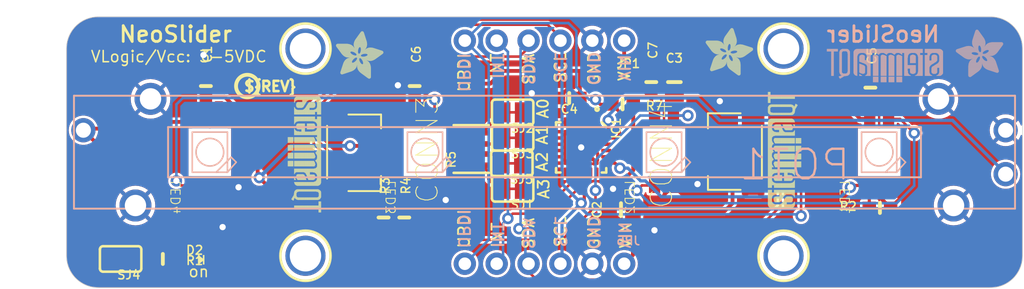
<source format=kicad_pcb>
(kicad_pcb (version 20221018) (generator pcbnew)
  (layers (0 "F.Cu" signal) (31 "B.Cu" signal) (34 "B.Paste" user) (35 "F.Paste" user) (36 "B.SilkS" user "B.Silkscreen") (37 "F.SilkS" user "F.Silkscreen") (38 "B.Mask" user) (39 "F.Mask" user) (44 "Edge.Cuts" user))
  (net 0 "")
  (net 1 "GND")
  (net 2 "NEO_IN")
  (net 3 "SDA")
  (net 4 "SCL")
  (net 5 "INT")
  (net 6 "VCC")
  (net 7 "N$1")
  (net 8 "N$2")
  (net 9 "N$3")
  (net 10 "N$4")
  (net 11 "UPDI")
  (net 12 "A0")
  (net 13 "A1")
  (net 14 "A2")
  (net 15 "A3")
  (net 16 "AIN")
  (net 17 "N$5")
  (net 18 "N$6")
  (net 19 "N$7")
  (net 20 "N$8")
  (net 21 "N$9")
  (footprint "working:0603-NO" (layer "F.Cu") (at 118.0846 113.5126)
    (fp_text reference "R1")
    (fp_text value "10K")
  )
  (footprint "working:0603-NO" (layer "F.Cu") (at 157.0101 99.4156 90)
    (fp_text reference "C7")
    (fp_text value "1uF")
  )
  (footprint "working:0805-NO" (layer "F.Cu") (at 154.5971 109.5756 180)
    (fp_text reference "C2")
    (fp_text value "10uF")
  )
  (footprint "working:STEMMAQT" (layer "F.Cu") (at 128.0541 100.5586 -90)
    (fp_text reference "U$30" hide)
    (fp_text value "" hide)
  )
  (footprint "working:ADAFRUIT_3.5MM" (layer "F.Cu") (at 131.8641 99.1616)
    (fp_text reference "U$2" hide)
    (fp_text value "" hide)
  )
  (footprint "working:JST_SH4" (layer "F.Cu") (at 133.2611 105.0036 -90)
    (fp_text reference "CONN3")
    (fp_text value "STEMMA_I2C_QT" hide)
  )
  (footprint "working:STEMMAQT" (layer "F.Cu") (at 168.9481 109.4486 90)
    (fp_text reference "U$31" hide)
    (fp_text value "" hide)
  )
  (footprint "working:MOUNTINGHOLE_2.5_PLATED" (layer "F.Cu") (at 129.4511 96.7486)
    (fp_text reference "U$17" hide)
    (fp_text value "MOUNTINGHOLE2.5" hide)
  )
  (footprint "working:0603-NO" (layer "F.Cu") (at 150.4696 100.6856 180)
    (fp_text reference "C4")
    (fp_text value "0.1uF")
  )
  (footprint "working:SOLDERJUMPER_CLOSEDWIRE" (layer "F.Cu") (at 145.9611 107.9246 180)
    (fp_text reference "SJ1")
    (fp_text value "")
  )
  (footprint "working:0603-NO" (layer "F.Cu") (at 121.5136 99.7331 90)
    (fp_text reference "C1")
    (fp_text value "1uF")
  )
  (footprint "working:CHIPLED_0603_NOOUTLINE" (layer "F.Cu") (at 121.1326 113.5761 -90)
    (fp_text reference "D2")
    (fp_text value "GREEN")
  )
  (footprint "working:PCBFEAT-REV-040" (layer "F.Cu") (at 124.8156 99.7331)
    (fp_text reference "U$25" hide)
    (fp_text value "" hide)
  )
  (footprint "working:1X06_ROUND_70" (layer "F.Cu") (at 148.5011 96.1136 180)
    (fp_text reference "JP1")
    (fp_text value "")
  )
  (footprint "working:0805-NO" (layer "F.Cu") (at 158.8516 99.4156 90)
    (fp_text reference "C3")
    (fp_text value "10uF")
  )
  (footprint "working:JST_SH4" (layer "F.Cu") (at 163.7411 105.0036 90)
    (fp_text reference "CONN4")
    (fp_text value "STEMMA_I2C_QT" hide)
  )
  (footprint "working:MOUNTINGHOLE_2.5_PLATED" (layer "F.Cu") (at 129.4511 113.2586)
    (fp_text reference "U$21" hide)
    (fp_text value "MOUNTINGHOLE2.5" hide)
  )
  (footprint "working:0603-NO" (layer "F.Cu") (at 154.7241 101.1936)
    (fp_text reference "R7")
    (fp_text value "10K")
  )
  (footprint "working:SOLDERJUMPER_CLOSEDWIRE" (layer "F.Cu") (at 114.7191 113.5126 180)
    (fp_text reference "SJ4")
    (fp_text value "")
  )
  (footprint "working:MOUNTINGHOLE_2.5_PLATED" (layer "F.Cu") (at 167.5511 113.2586)
    (fp_text reference "U$19" hide)
    (fp_text value "MOUNTINGHOLE2.5" hide)
  )
  (footprint "working:0603-NO" (layer "F.Cu") (at 137.3251 110.2106 90)
    (fp_text reference "R4")
    (fp_text value "10K")
  )
  (footprint "working:SOLDERJUMPER_CLOSEDWIRE" (layer "F.Cu") (at 145.8976 105.8926 180)
    (fp_text reference "SJ5")
    (fp_text value "")
  )
  (footprint "working:0603-NO" (layer "F.Cu") (at 175.2346 109.4486 180)
    (fp_text reference "R2")
    (fp_text value "10K")
  )
  (footprint "working:0603-NO" (layer "F.Cu") (at 174.4726 99.8601 90)
    (fp_text reference "C5")
    (fp_text value "1uF")
  )
  (footprint "working:FIDUCIAL_1MM" (layer "F.Cu") (at 174.0281 95.8596)
    (fp_text reference "FID1" hide)
    (fp_text value "FIDUCIAL_1MM" hide)
  )
  (footprint "working:MOUNTINGHOLE_2.5_PLATED" (layer "F.Cu") (at 167.5511 96.7486)
    (fp_text reference "U$3" hide)
    (fp_text value "MOUNTINGHOLE2.5" hide)
  )
  (footprint "working:QFN24_4MM" (layer "F.Cu") (at 151.4221 104.6226 -90)
    (fp_text reference "IC1")
    (fp_text value "ATTINY8X7-MU")
  )
  (footprint "working:FIDUCIAL_1MM" (layer "F.Cu") (at 111.9886 111.0361)
    (fp_text reference "FID2" hide)
    (fp_text value "FIDUCIAL_1MM" hide)
  )
  (footprint "working:SOLDERJUMPER_CLOSEDWIRE" (layer "F.Cu") (at 145.9611 101.8286 180)
    (fp_text reference "SJ2")
    (fp_text value "")
  )
  (footprint "working:0603-NO" (layer "F.Cu") (at 138.1506 99.7331 90)
    (fp_text reference "C6")
    (fp_text value "1uF")
  )
  (footprint "working:0603-NO" (layer "F.Cu") (at 135.6741 110.2106 90)
    (fp_text reference "R3")
    (fp_text value "10K")
  )
  (footprint "working:ADAFRUIT_3.5MM" (layer "F.Cu") (at 161.3281 98.9076)
    (fp_text reference "U$9" hide)
    (fp_text value "" hide)
  )
  (footprint "working:SOLDERJUMPER_CLOSEDWIRE" (layer "F.Cu") (at 145.9611 103.8606 180)
    (fp_text reference "SJ3")
    (fp_text value "")
  )
  (footprint "working:RESPACK_4X0603" (layer "F.Cu") (at 142.6591 104.7496 90)
    (fp_text reference "R5")
    (fp_text value "10K")
  )
  (footprint "working:NEO3535_REVERSE" (layer "B.Cu") (at 158.0261 105.0036 90)
    (fp_text reference "LED2")
    (fp_text value "WS2812B_SK6812E" hide)
  )
  (footprint "working:1X06_ROUND_70" (layer "B.Cu") (at 148.5011 113.8936 180)
    (fp_text reference "JP5")
    (fp_text value "")
  )
  (footprint "working:NEO3535_REVERSE" (layer "B.Cu") (at 121.8311 105.0036 90)
    (fp_text reference "LED4")
    (fp_text value "WS2812B_SK6812E" hide)
  )
  (footprint "working:ADAFRUIT_3.5MM" (layer "B.Cu") (at 185.0771 99.0346 180)
    (fp_text reference "U$1" hide)
    (fp_text value "" hide)
  )
  (footprint "working:STEMMAQT" (layer "B.Cu") (at 180.2511 99.4156 180)
    (fp_text reference "U$7" hide)
    (fp_text value "" hide)
  )
  (footprint "working:SLIDE_POT_75MM" (layer "B.Cu") (at 148.5011 105.0036 180)
    (fp_text reference "POT1")
    (fp_text value "SLIDE_POT_75MM")
  )
  (footprint "working:NEO3535_REVERSE" (layer "B.Cu") (at 138.9761 105.0036 90)
    (fp_text reference "LED3")
    (fp_text value "WS2812B_SK6812E" hide)
  )
  (footprint "working:NEO3535_REVERSE" (layer "B.Cu") (at 175.1711 105.0036 90)
    (fp_text reference "LED1")
    (fp_text value "WS2812B_SK6812E" hide)
  )
  (gr_line (start 186.6011 96.7486) (end 186.6011 113.2586) (stroke (width 0.05)) (layer "Edge.Cuts"))
  (gr_line (start 110.4011 113.2586) (end 110.4011 96.7486) (stroke (width 0.05)) (layer "Edge.Cuts"))
  (gr_arc (start 110.4011 96.7486) (mid 111.145049 94.952549) (end 112.9411 94.2086) (stroke (width 0.05)) (layer "Edge.Cuts"))
  (gr_arc (start 186.6011 113.2586) (mid 185.857151 115.054651) (end 184.0611 115.7986) (stroke (width 0.05)) (layer "Edge.Cuts"))
  (gr_line (start 184.0611 115.7986) (end 112.9411 115.7986) (stroke (width 0.05)) (layer "Edge.Cuts"))
  (gr_arc (start 184.0611 94.2086) (mid 185.857151 94.952549) (end 186.6011 96.7486) (stroke (width 0.05)) (layer "Edge.Cuts"))
  (gr_line (start 112.9411 94.2086) (end 184.0611 94.2086) (stroke (width 0.05)) (layer "Edge.Cuts"))
  (gr_arc (start 112.9411 115.7986) (mid 111.145049 115.054651) (end 110.4011 113.2586) (stroke (width 0.05)) (layer "Edge.Cuts"))
  (gr_text "INT" (at 144.7546 111.6076 -90) (layer "B.SilkS") (effects (font (size 0.87376 0.87376) (thickness 0.14224)) (justify mirror)))
  (gr_text "VIN" (at 154.8511 111.6076 -90) (layer "B.SilkS") (effects (font (size 0.87376 0.87376) (thickness 0.14224)) (justify mirror)))
  (gr_text "SDA" (at 147.2311 98.3996 -90) (layer "B.SilkS") (effects (font (size 0.87376 0.87376) (thickness 0.14224)) (justify mirror)))
  (gr_text "SDA" (at 147.2311 111.4806 -90) (layer "B.SilkS") (effects (font (size 0.87376 0.87376) (thickness 0.14224)) (justify mirror)))
  (gr_text "SCL" (at 149.7711 98.2726 -90) (layer "B.SilkS") (effects (font (size 0.87376 0.87376) (thickness 0.14224)) (justify mirror)))
  (gr_text "UPDI" (at 142.0876 98.6536 -90) (layer "B.SilkS") (effects (font (size 0.87376 0.87376) (thickness 0.14224)) (justify mirror)))
  (gr_text "GND" (at 152.4381 98.3361 -90) (layer "B.SilkS") (effects (font (size 0.87376 0.87376) (thickness 0.14224)) (justify mirror)))
  (gr_text "NeoSlider" (at 175.4886 95.6056) (layer "B.SilkS") (effects (font (size 1.25222 1.25222) (thickness 0.22098)) (justify mirror)))
  (gr_text "SCL" (at 149.7711 111.3536 -90) (layer "B.SilkS") (effects (font (size 0.87376 0.87376) (thickness 0.14224)) (justify mirror)))
  (gr_text "UPDI" (at 142.0876 111.0996 -90) (layer "B.SilkS") (effects (font (size 0.87376 0.87376) (thickness 0.14224)) (justify mirror)))
  (gr_text "GND" (at 152.4381 111.4171 -90) (layer "B.SilkS") (effects (font (size 0.87376 0.87376) (thickness 0.14224)) (justify mirror)))
  (gr_text "INT" (at 144.7546 98.1456 -90) (layer "B.SilkS") (effects (font (size 0.87376 0.87376) (thickness 0.14224)) (justify mirror)))
  (gr_text "VIN" (at 154.8511 98.2726 -90) (layer "B.SilkS") (effects (font (size 0.87376 0.87376) (thickness 0.14224)) (justify mirror)))
  (gr_text "A2" (at 148.3106 105.7656 90) (layer "F.SilkS") (effects (font (size 0.87376 0.87376) (thickness 0.14224))))
  (gr_text "SDA" (at 147.2311 111.4806 90) (layer "F.SilkS") (effects (font (size 0.87376 0.87376) (thickness 0.14224))))
  (gr_text "VIN" (at 154.8511 98.2726 90) (layer "F.SilkS") (effects (font (size 0.87376 0.87376) (thickness 0.14224))))
  (gr_text "VLogic/Vcc: 3-5VDC" (at 119.3546 97.3836) (layer "F.SilkS") (effects (font (size 0.89408 0.89408) (thickness 0.12192))))
  (gr_text "GND" (at 152.4381 111.4171 90) (layer "F.SilkS") (effects (font (size 0.87376 0.87376) (thickness 0.14224))))
  (gr_text "VIN" (at 154.9781 111.6076 90) (layer "F.SilkS") (effects (font (size 0.87376 0.87376) (thickness 0.14224))))
  (gr_text "A3" (at 148.4376 107.9246 90) (layer "F.SilkS") (effects (font (size 0.87376 0.87376) (thickness 0.14224))))
  (gr_text "INT" (at 144.6911 98.1456 90) (layer "F.SilkS") (effects (font (size 0.87376 0.87376) (thickness 0.14224))))
  (gr_text "SCL" (at 149.7711 111.3536 90) (layer "F.SilkS") (effects (font (size 0.87376 0.87376) (thickness 0.14224))))
  (gr_text "A0" (at 148.3741 101.5111 90) (layer "F.SilkS") (effects (font (size 0.87376 0.87376) (thickness 0.14224))))
  (gr_text "GND" (at 152.4381 98.3361 90) (layer "F.SilkS") (effects (font (size 0.87376 0.87376) (thickness 0.14224))))
  (gr_text "SDA" (at 147.2311 98.3996 90) (layer "F.SilkS") (effects (font (size 0.87376 0.87376) (thickness 0.14224))))
  (gr_text "UPDI" (at 142.0876 98.6536 90) (layer "F.SilkS") (effects (font (size 0.87376 0.87376) (thickness 0.14224))))
  (gr_text "SCL" (at 149.7711 98.2726 90) (layer "F.SilkS") (effects (font (size 0.87376 0.87376) (thickness 0.14224))))
  (gr_text "INT" (at 144.7546 111.6076 90) (layer "F.SilkS") (effects (font (size 0.87376 0.87376) (thickness 0.14224))))
  (gr_text "A1" (at 148.3106 103.6066 90) (layer "F.SilkS") (effects (font (size 0.87376 0.87376) (thickness 0.14224))))
  (gr_text "on" (at 120.0531 115.0366) (layer "F.SilkS") (effects (font (size 0.89408 0.89408) (thickness 0.12192)) (justify left bottom)))
  (gr_text "UPDI" (at 142.0876 111.0996 90) (layer "F.SilkS") (effects (font (size 0.87376 0.87376) (thickness 0.14224))))
  (gr_text "NeoSlider" (at 119.1006 95.6056) (layer "F.SilkS") (effects (font (size 1.25222 1.25222) (thickness 0.22098))))
  (segment (start 151.4221 104.3686) (end 151.6721 104.1186) (width 0.254) (layer "F.Cu") (net 1))
  (segment (start 151.1681 104.6226) (end 150.9101 104.8806) (width 0.3048) (layer "F.Cu") (net 1))
  (segment (start 151.4221 104.6226) (end 151.4221 104.3686) (width 0.254) (layer "F.Cu") (net 1))
  (segment (start 151.6721 104.1186) (end 151.6721 102.6226) (width 0.254) (layer "F.Cu") (net 1))
  (segment (start 151.4221 104.6226) (end 151.1681 104.6226) (width 0.3048) (layer "F.Cu") (net 1))
  (via (at 124.1171 107.7976) (size 0.9064) (drill 0.5) (layers "F.Cu" "B.Cu") (net 1))
  (via (at 153.9621 107.9246) (size 0.9064) (drill 0.5) (layers "F.Cu" "B.Cu") (net 1))
  (via (at 121.3231 97.2566) (size 0.9064) (drill 0.5) (layers "F.Cu" "B.Cu") (net 1))
  (via (at 162.4711 100.9396) (size 0.9064) (drill 0.5) (layers "F.Cu" "B.Cu") (net 1))
  (via (at 147.4851 100.3046) (size 0.9064) (drill 0.5) (layers "F.Cu" "B.Cu") (net 1))
  (via (at 160.6931 107.5436) (size 0.9064) (drill 0.5) (layers "F.Cu" "B.Cu") (net 1))
  (via (at 140.6271 108.8136) (size 0.9064) (drill 0.5) (layers "F.Cu" "B.Cu") (net 1))
  (via (at 136.8171 99.6696) (size 0.9064) (drill 0.5) (layers "F.Cu" "B.Cu") (net 1))
  (via (at 122.8471 110.9726) (size 0.9064) (drill 0.5) (layers "F.Cu" "B.Cu") (net 1))
  (via (at 157.2641 111.2266) (size 0.9064) (drill 0.5) (layers "F.Cu" "B.Cu") (net 1))
  (via (at 151.4221 104.6226) (size 0.9064) (drill 0.5) (layers "F.Cu" "B.Cu") (net 1))
  (segment (start 154.5113 106.2736) (end 154.1103 105.8726) (width 0.254) (layer "F.Cu") (net 2))
  (segment (start 174.4211 107.6536) (end 172.8851 107.6536) (width 0.254) (layer "F.Cu") (net 2))
  (segment (start 154.1103 105.8726) (end 153.4221 105.8726) (width 0.254) (layer "F.Cu") (net 2))
  (segment (start 174.4211 107.6536) (end 174.3846 107.6901) (width 0.254) (layer "F.Cu") (net 2))
  (segment (start 174.3846 107.6901) (end 174.3846 109.4486) (width 0.254) (layer "F.Cu") (net 2))
  (segment (start 172.8851 107.6536) (end 172.8851 107.7976) (width 0.254) (layer "F.Cu") (net 2))
  (via (at 154.5113 106.2736) (size 0.9064) (drill 0.5) (layers "F.Cu" "B.Cu") (net 2))
  (via (at 172.8851 107.7976) (size 0.9064) (drill 0.5) (layers "F.Cu" "B.Cu") (net 2))
  (segment (start 156.5433 107.2896) (end 156.1623 107.2896) (width 0.254) (layer "B.Cu") (net 2))
  (segment (start 172.8851 107.7976) (end 172.1231 108.5596) (width 0.254) (layer "B.Cu") (net 2))
  (segment (start 154.5113 106.2736) (end 155.1463 106.2736) (width 0.254) (layer "B.Cu") (net 2))
  (segment (start 172.1231 108.5596) (end 157.8133 108.5596) (width 0.254) (layer "B.Cu") (net 2))
  (segment (start 157.8133 108.5596) (end 156.5433 107.2896) (width 0.254) (layer "B.Cu") (net 2))
  (segment (start 156.1623 107.2896) (end 155.1463 106.2736) (width 0.254) (layer "B.Cu") (net 2))
  (segment (start 166.0351 104.5036) (end 161.2271 104.5036) (width 0.2032) (layer "F.Cu") (net 3))
  (segment (start 137.0711 109.1066) (end 137.3251 109.3606) (width 0.254) (layer "F.Cu") (net 3))
  (segment (start 147.8661 115.1636) (end 161.4551 115.1636) (width 0.2032) (layer "F.Cu") (net 3))
  (segment (start 167.2971 105.7656) (end 166.0351 104.5036) (width 0.2032) (layer "F.Cu") (net 3))
  (segment (start 146.5199 97.3836) (end 147.2311 96.6724) (width 0.2032) (layer "F.Cu") (net 3))
  (segment (start 147.2311 96.6724) (end 147.2311 96.1136) (width 0.2032) (layer "F.Cu") (net 3))
  (segment (start 147.2311 114.5286) (end 147.2311 113.8936) (width 0.2032) (layer "F.Cu") (net 3))
  (segment (start 130.514325 104.161825) (end 131.8561 105.5036) (width 0.2032) (layer "F.Cu") (net 3))
  (segment (start 161.4551 115.1636) (end 167.2971 109.3216) (width 0.2032) (layer "F.Cu") (net 3))
  (segment (start 147.8661 115.1636) (end 147.2311 114.5286) (width 0.2032) (layer "F.Cu") (net 3))
  (segment (start 167.2971 109.3216) (end 167.2971 105.7656) (width 0.2032) (layer "F.Cu") (net 3))
  (segment (start 134.49855 97.3836) (end 146.5199 97.3836) (width 0.2032) (layer "F.Cu") (net 3))
  (segment (start 131.8561 105.5036) (end 135.7751 105.5036) (width 0.2032) (layer "F.Cu") (net 3))
  (segment (start 135.7751 105.5036) (end 136.8091 105.5036) (width 0.254) (layer "F.Cu") (net 3))
  (segment (start 151.1721 106.6226) (end 151.1721 107.9166) (width 0.2032) (layer "F.Cu") (net 3))
  (segment (start 151.1721 107.9166) (end 147.9891 111.0996) (width 0.2032) (layer "F.Cu") (net 3))
  (segment (start 130.514325 101.367825) (end 134.49855 97.3836) (width 0.2032) (layer "F.Cu") (net 3))
  (segment (start 136.8091 105.5036) (end 137.0711 105.7656) (width 0.254) (layer "F.Cu") (net 3))
  (segment (start 147.9891 111.0996) (end 146.4651 111.0996) (width 0.2032) (layer "F.Cu") (net 3))
  (segment (start 137.0711 105.7656) (end 137.0711 109.1066) (width 0.254) (layer "F.Cu") (net 3))
  (segment (start 130.514325 101.367825) (end 130.514325 104.161825) (width 0.2032) (layer "F.Cu") (net 3))
  (via (at 146.4651 111.0996) (size 0.9064) (drill 0.5) (layers "F.Cu" "B.Cu") (net 3))
  (segment (start 146.9771 111.0996) (end 146.9771 113.6396) (width 0.2032) (layer "B.Cu") (net 3))
  (segment (start 147.2311 96.1136) (end 146.5961 96.7486) (width 0.2032) (layer "B.Cu") (net 3))
  (segment (start 146.9771 113.6396) (end 147.2311 113.8936) (width 0.2032) (layer "B.Cu") (net 3))
  (segment (start 146.5961 96.7486) (end 146.5961 110.9686) (width 0.2032) (layer "B.Cu") (net 3))
  (segment (start 146.4651 111.0996) (end 146.5961 110.9686) (width 0.2032) (layer "B.Cu") (net 3))
  (segment (start 146.4651 111.0996) (end 146.9771 111.0996) (width 0.2032) (layer "B.Cu") (net 3))
  (segment (start 149.7711 95.8596) (end 149.7711 96.1136) (width 0.2032) (layer "F.Cu") (net 4))
  (segment (start 166.3051 103.5036) (end 168.9481 106.1466) (width 0.2032) (layer "F.Cu") (net 4))
  (segment (start 135.7751 106.5036) (end 135.6741 106.6046) (width 0.254) (layer "F.Cu") (net 4))
  (segment (start 161.2271 103.5036) (end 166.3051 103.5036) (width 0.2032) (layer "F.Cu") (net 4))
  (segment (start 130.107925 101.199488) (end 136.463813 94.8436) (width 0.2032) (layer "F.Cu") (net 4))
  (segment (start 168.9481 106.1466) (end 168.9481 110.0836) (width 0.2032) (layer "F.Cu") (net 4))
  (segment (start 130.107925 104.330163) (end 130.107925 101.199488) (width 0.2032) (layer "F.Cu") (net 4))
  (segment (start 136.463813 94.8436) (end 148.7551 94.8436) (width 0.2032) (layer "F.Cu") (net 4))
  (segment (start 135.6741 106.6046) (end 135.6741 109.3606) (width 0.254) (layer "F.Cu") (net 4))
  (segment (start 132.281363 106.5036) (end 130.107925 104.330163) (width 0.2032) (layer "F.Cu") (net 4))
  (segment (start 151.6721 106.6226) (end 151.6721 108.8176) (width 0.254) (layer "F.Cu") (net 4))
  (segment (start 135.7751 106.5036) (end 132.281363 106.5036) (width 0.2032) (layer "F.Cu") (net 4))
  (segment (start 148.7551 94.8436) (end 149.7711 95.8596) (width 0.2032) (layer "F.Cu") (net 4))
  (segment (start 151.6721 108.8176) (end 151.4221 109.0676) (width 0.254) (layer "F.Cu") (net 4))
  (via (at 151.4221 109.0676) (size 0.9064) (drill 0.5) (layers "F.Cu" "B.Cu") (net 4))
  (via (at 168.9481 110.0836) (size 0.9064) (drill 0.5) (layers "F.Cu" "B.Cu") (net 4))
  (segment (start 149.8981 107.5436) (end 151.4221 109.0676) (width 0.254) (layer "B.Cu") (net 4))
  (segment (start 168.8211 109.9566) (end 151.9301 109.9566) (width 0.2032) (layer "B.Cu") (net 4))
  (segment (start 151.4221 109.0676) (end 151.4221 109.4486) (width 0.254) (layer "B.Cu") (net 4))
  (segment (start 149.8981 110.5916) (end 151.4221 109.0676) (width 0.254) (layer "B.Cu") (net 4))
  (segment (start 149.8981 113.7666) (end 149.8981 110.5916) (width 0.254) (layer "B.Cu") (net 4))
  (segment (start 168.9481 110.0836) (end 168.8211 109.9566) (width 0.2032) (layer "B.Cu") (net 4))
  (segment (start 149.7711 96.1136) (end 149.8981 96.2406) (width 0.254) (layer "B.Cu") (net 4))
  (segment (start 149.7711 113.8936) (end 149.8981 113.7666) (width 0.254) (layer "B.Cu") (net 4))
  (segment (start 151.9301 109.9566) (end 151.4221 109.4486) (width 0.254) (layer "B.Cu") (net 4))
  (segment (start 149.8981 96.2406) (end 149.8981 107.5436) (width 0.254) (layer "B.Cu") (net 4))
  (segment (start 150.6721 106.6226) (end 150.6721 107.4046) (width 0.2032) (layer "F.Cu") (net 5))
  (segment (start 150.6721 107.4046) (end 148.173313 109.903387) (width 0.2032) (layer "F.Cu") (net 5))
  (segment (start 145.9651 109.903387) (end 145.5841 110.284387) (width 0.2032) (layer "F.Cu") (net 5))
  (segment (start 148.173313 109.903387) (end 145.9651 109.903387) (width 0.2032) (layer "F.Cu") (net 5))
  (via (at 145.5841 110.284387) (size 0.9064) (drill 0.5) (layers "F.Cu" "B.Cu") (net 5))
  (segment (start 145.5841 110.284387) (end 145.1991 110.669387) (width 0.2032) (layer "B.Cu") (net 5))
  (segment (start 145.1991 110.669387) (end 145.1991 113.3856) (width 0.2032) (layer "B.Cu") (net 5))
  (segment (start 144.6911 96.1136) (end 145.5841 97.0066) (width 0.2032) (layer "B.Cu") (net 5))
  (segment (start 145.1991 113.3856) (end 144.6911 113.8936) (width 0.2032) (layer "B.Cu") (net 5))
  (segment (start 145.5841 97.0066) (end 145.5841 110.284387) (width 0.2032) (layer "B.Cu") (net 5))
  (segment (start 151.1721 100.9681) (end 151.1046 100.9006) (width 0.3048) (layer "F.Cu") (net 6))
  (segment (start 121.0811 102.3536) (end 121.3351 102.0996) (width 0.3048) (layer "F.Cu") (net 6))
  (segment (start 162.246909 105.5036) (end 163.4871 106.74379) (width 0.3048) (layer "F.Cu") (net 6))
  (segment (start 122.9986 100.5831) (end 125.6411 103.2256) (width 0.3048) (layer "F.Cu") (net 6))
  (segment (start 111.7511 103.2536) (end 111.8781 103.1266) (width 0.3048) (layer "F.Cu") (net 6))
  (segment (start 133.0151 104.5036) (end 133.0071 104.4956) (width 0.3048) (layer "F.Cu") (net 6))
  (segment (start 154.8511 113.8936) (end 155.5471 113.1976) (width 0.3048) (layer "F.Cu") (net 6))
  (segment (start 158.8516 100.3656) (end 158.8516 100.1943) (width 0.3048) (layer "F.Cu") (net 6))
  (segment (start 163.4871 109.0676) (end 162.8521 109.7026) (width 0.3048) (layer "F.Cu") (net 6))
  (segment (start 155.5471 109.1946) (end 155.5471 109.5756) (width 0.3048) (layer "F.Cu") (net 6))
  (segment (start 174.4211 102.3536) (end 173.671409 102.3536) (width 0.3048) (layer "F.Cu") (net 6))
  (segment (start 151.1721 100.9681) (end 151.1721 102.6226) (width 0.3048) (layer "F.Cu") (net 6))
  (segment (start 134.9121 111.0606) (end 133.5151 109.6636) (width 0.3048) (layer "F.Cu") (net 6))
  (segment (start 136.9057 102.369475) (end 136.9057 103.950894) (width 0.3048) (layer "F.Cu") (net 6))
  (segment (start 145.1991 98.5266) (end 151.3196 98.5266) (width 0.3048) (layer "F.Cu") (net 6))
  (segment (start 121.3351 100.7616) (end 121.3351 102.0996) (width 0.3048) (layer "F.Cu") (net 6))
  (segment (start 128.3961 109.6636) (end 125.7681 107.0356) (width 0.3048) (layer "F.Cu") (net 6))
  (segment (start 113.8056 105.3081) (end 111.7511 103.2536) (width 0.3048) (layer "F.Cu") (net 6))
  (segment (start 154.9781 107.0356) (end 154.9781 108.6256) (width 0.3048) (layer "F.Cu") (net 6))
  (segment (start 157.0101 101.2326) (end 156.9711 101.1936) (width 0.3048) (layer "F.Cu") (net 6))
  (segment (start 158.9151 100.1308) (end 171.448609 100.1308) (width 0.3048) (layer "F.Cu") (net 6))
  (segment (start 121.5136 100.5831) (end 122.9986 100.5831) (width 0.3048) (layer "F.Cu") (net 6))
  (segment (start 121.3351 100.7616) (end 121.5136 100.5831) (width 0.3048) (layer "F.Cu") (net 6))
  (segment (start 135.6741 111.0606) (end 137.3251 111.0606) (width 0.3048) (layer "F.Cu") (net 6))
  (segment (start 118.2471 103.1266) (end 118.7831 102.5906) (width 0.3048) (layer "F.Cu") (net 6))
  (segment (start 144.1831 99.5426) (end 145.1991 98.5266) (width 0.3048) (layer "F.Cu") (net 6))
  (segment (start 155.6741 109.7026) (end 155.5471 109.5756) (width 0.3048) (layer "F.Cu") (net 6))
  (segment (start 156.8001 100.4756) (end 157.0101 100.2656) (width 0.3048) (layer "F.Cu") (net 6))
  (segment (start 118.7831 102.5906) (end 120.8441 102.5906) (width 0.3048) (layer "F.Cu") (net 6))
  (segment (start 135.7751 104.5036) (end 133.0151 104.5036) (width 0.3048) (layer "F.Cu") (net 6))
  (segment (start 133.5151 109.6636) (end 128.3961 109.6636) (width 0.3048) (layer "F.Cu") (net 6))
  (segment (start 155.5471 109.5756) (end 155.5471 113.1976) (width 0.3048) (layer "F.Cu") (net 6))
  (segment (start 155.5741 106.4396) (end 154.9781 107.0356) (width 0.3048) (layer "F.Cu") (net 6))
  (segment (start 125.7681 107.0356) (end 125.6411 106.9086) (width 0.3048) (layer "F.Cu") (net 6))
  (segment (start 151.3196 100.6856) (end 151.1046 100.9006) (width 0.3048) (layer "F.Cu") (net 6))
  (segment (start 136.352994 104.5036) (end 135.7751 104.5036) (width 0.3048) (layer "F.Cu") (net 6))
  (segment (start 154.8511 98.5266) (end 156.8001 100.4756) (width 0.3048) (layer "F.Cu") (net 6))
  (segment (start 163.4871 106.74379) (end 163.4871 109.0676) (width 0.3048) (layer "F.Cu") (net 6))
  (segment (start 154.8511 96.1136) (end 154.8511 98.5266) (width 0.3048) (layer "F.Cu") (net 6))
  (segment (start 161.2271 105.5036) (end 162.246909 105.5036) (width 0.3048) (layer "F.Cu") (net 6))
  (segment (start 138.1506 100.5831) (end 139.1911 99.5426) (width 0.3048) (layer "F.Cu") (net 6))
  (segment (start 113.9571 113.5126) (end 113.8056 113.3611) (width 0.3048) (layer "F.Cu") (net 6))
  (segment (start 151.3196 98.5266) (end 151.3196 100.6856) (width 0.3048) (layer "F.Cu") (net 6))
  (segment (start 138.2261 102.3536) (end 138.2261 100.6586) (width 0.3048) (layer "F.Cu") (net 6))
  (segment (start 136.9057 103.950894) (end 136.352994 104.5036) (width 0.3048) (layer "F.Cu") (net 6))
  (segment (start 157.1449 100.1308) (end 158.9151 100.1308) (width 0.3048) (layer "F.Cu") (net 6))
  (segment (start 156.9711 101.1936) (end 156.9711 102.0486) (width 0.3048) (layer "F.Cu") (net 6))
  (segment (start 151.3196 98.5266) (end 154.8511 98.5266) (width 0.3048) (layer "F.Cu") (net 6))
  (segment (start 162.8521 109.7026) (end 155.6741 109.7026) (width 0.3048) (layer "F.Cu") (net 6))
  (segment (start 113.8056 113.3611) (end 113.8056 105.3081) (width 0.3048) (layer "F.Cu") (net 6))
  (segment (start 125.6411 103.2256) (end 125.6411 106.9086) (width 0.3048) (layer "F.Cu") (net 6))
  (segment (start 156.9711 102.0486) (end 157.2761 102.3536) (width 0.3048) (layer "F.Cu") (net 6))
  (segment (start 158.8516 100.1943) (end 158.9151 100.1308) (width 0.3048) (layer "F.Cu") (net 6))
  (segment (start 173.671409 102.3536) (end 171.448609 100.1308) (width 0.3048) (layer "F.Cu") (net 6))
  (segment (start 157.0101 100.2656) (end 157.0101 101.2326) (width 0.3048) (layer "F.Cu") (net 6))
  (segment (start 136.921575 102.3536) (end 136.9057 102.369475) (width 0.3048) (layer "F.Cu") (net 6))
  (segment (start 155.5741 101.1936) (end 155.5741 106.4396) (width 0.3048) (layer "F.Cu") (net 6))
  (segment (start 157.0101 100.2656) (end 157.1449 100.1308) (width 0.3048) (layer "F.Cu") (net 6))
  (segment (start 139.1911 99.5426) (end 144.1831 99.5426) (width 0.3048) (layer "F.Cu") (net 6))
  (segment (start 135.6741 111.0606) (end 134.9121 111.0606) (width 0.3048) (layer "F.Cu") (net 6))
  (segment (start 155.5741 101.1936) (end 156.9711 101.1936) (width 0.3048) (layer "F.Cu") (net 6))
  (segment (start 118.2471 103.1266) (end 111.8781 103.1266) (width 0.3048) (layer "F.Cu") (net 6))
  (segment (start 174.4211 102.3536) (end 174.4211 100.7616) (width 0.3048) (layer "F.Cu") (net 6))
  (segment (start 138.2261 100.6586) (end 138.1506 100.5831) (width 0.3048) (layer "F.Cu") (net 6))
  (segment (start 138.2261 102.3536) (end 136.921575 102.3536) (width 0.3048) (layer "F.Cu") (net 6))
  (segment (start 174.4726 100.7101) (end 174.4211 100.7616) (width 0.3048) (layer "F.Cu") (net 6))
  (segment (start 155.5471 109.1946) (end 154.9781 108.6256) (width 0.3048) (layer "F.Cu") (net 6))
  (segment (start 120.8441 102.5906) (end 121.0811 102.3536) (width 0.3048) (layer "F.Cu") (net 6))
  (via (at 133.0071 104.4956) (size 0.889) (drill 0.4826) (layers "F.Cu" "B.Cu") (net 6))
  (via (at 125.7681 107.0356) (size 0.889) (drill 0.4826) (layers "F.Cu" "B.Cu") (net 6))
  (segment (start 133.0071 104.4956) (end 128.3081 104.4956) (width 0.3048) (layer "B.Cu") (net 6))
  (segment (start 128.3081 104.4956) (end 125.7681 107.0356) (width 0.3048) (layer "B.Cu") (net 6))
  (segment (start 118.9346 113.5126) (end 118.9981 113.5761) (width 0.3048) (layer "F.Cu") (net 7))
  (segment (start 120.3826 113.5761) (end 118.9981 113.5761) (width 0.3048) (layer "F.Cu") (net 7))
  (segment (start 157.2761 107.6536) (end 156.2651 107.6536) (width 0.2032) (layer "F.Cu") (net 8))
  (segment (start 177.9651 103.4796) (end 176.8391 102.3536) (width 0.2032) (layer "F.Cu") (net 8))
  (segment (start 155.8671 108.0516) (end 156.2651 107.6536) (width 0.2032) (layer "F.Cu") (net 8))
  (segment (start 176.8391 102.3536) (end 175.9211 102.3536) (width 0.2032) (layer "F.Cu") (net 8))
  (via (at 177.9651 103.4796) (size 0.9064) (drill 0.5) (layers "F.Cu" "B.Cu") (net 8))
  (via (at 155.8671 108.0516) (size 0.9064) (drill 0.5) (layers "F.Cu" "B.Cu") (net 8))
  (segment (start 177.9651 107.6706) (end 177.9651 103.4796) (width 0.2032) (layer "B.Cu") (net 8))
  (segment (start 156.8831 109.0676) (end 155.8671 108.0516) (width 0.2032) (layer "B.Cu") (net 8))
  (segment (start 176.5681 109.0676) (end 156.8831 109.0676) (width 0.2032) (layer "B.Cu") (net 8))
  (segment (start 177.9651 107.6706) (end 176.5681 109.0676) (width 0.2032) (layer "B.Cu") (net 8))
  (segment (start 138.2261 107.6536) (end 138.2261 108.4156) (width 0.2032) (layer "F.Cu") (net 9))
  (segment (start 159.9311 102.0826) (end 159.0471 102.0826) (width 0.2032) (layer "F.Cu") (net 9))
  (segment (start 149.8981 111.9886) (end 141.7991 111.9886) (width 0.2032) (layer "F.Cu") (net 9))
  (segment (start 152.5651 108.0516) (end 152.5651 109.3216) (width 0.2032) (layer "F.Cu") (net 9))
  (segment (start 159.0471 102.0826) (end 158.7761 102.3536) (width 0.2032) (layer "F.Cu") (net 9))
  (segment (start 152.5651 109.3216) (end 149.8981 111.9886) (width 0.2032) (layer "F.Cu") (net 9))
  (segment (start 138.2261 108.4156) (end 141.7991 111.9886) (width 0.2032) (layer "F.Cu") (net 9))
  (via (at 152.5651 108.0516) (size 0.9064) (drill 0.5) (layers "F.Cu" "B.Cu") (net 9))
  (via (at 159.9311 102.0826) (size 0.9064) (drill 0.5) (layers "F.Cu" "B.Cu") (net 9))
  (segment (start 152.5651 108.0516) (end 152.5651 105.6386) (width 0.2032) (layer "B.Cu") (net 9))
  (segment (start 156.1211 102.0826) (end 152.5651 105.6386) (width 0.2032) (layer "B.Cu") (net 9))
  (segment (start 156.1211 102.0826) (end 159.9311 102.0826) (width 0.2032) (layer "B.Cu") (net 9))
  (segment (start 139.7381 100.8126) (end 139.7381 102.3416) (width 0.2032) (layer "F.Cu") (net 10))
  (segment (start 139.7381 102.3416) (end 139.7261 102.3536) (width 0.2032) (layer "F.Cu") (net 10))
  (segment (start 119.5281 107.6536) (end 119.1641 107.2896) (width 0.2032) (layer "F.Cu") (net 10))
  (segment (start 121.0811 107.6536) (end 119.5281 107.6536) (width 0.2032) (layer "F.Cu") (net 10))
  (via (at 139.7381 100.8126) (size 0.9064) (drill 0.5) (layers "F.Cu" "B.Cu") (net 10))
  (via (at 119.1641 107.2896) (size 0.9064) (drill 0.5) (layers "F.Cu" "B.Cu") (net 10))
  (segment (start 119.1641 101.1936) (end 119.1641 107.2896) (width 0.2032) (layer "B.Cu") (net 10))
  (segment (start 119.6721 100.6856) (end 139.6111 100.6856) (width 0.2032) (layer "B.Cu") (net 10))
  (segment (start 139.6111 100.6856) (end 139.7381 100.8126) (width 0.2032) (layer "B.Cu") (net 10))
  (segment (start 119.1641 101.1936) (end 119.6721 100.6856) (width 0.2032) (layer "B.Cu") (net 10))
  (segment (start 153.4221 103.8726) (end 154.2671 103.8726) (width 0.254) (layer "F.Cu") (net 11))
  (segment (start 154.4701 101.7896) (end 153.8741 101.1936) (width 0.254) (layer "F.Cu") (net 11))
  (segment (start 154.2671 103.8726) (end 154.4701 103.6696) (width 0.254) (layer "F.Cu") (net 11))
  (segment (start 154.4701 103.6696) (end 154.4701 101.7896) (width 0.254) (layer "F.Cu") (net 11))
  (segment (start 153.8741 101.1936) (end 152.9461 101.1936) (width 0.254) (layer "F.Cu") (net 11))
  (segment (start 152.9461 101.1936) (end 152.5651 100.8126) (width 0.254) (layer "F.Cu") (net 11))
  (via (at 152.5651 100.8126) (size 0.9064) (drill 0.5) (layers "F.Cu" "B.Cu") (net 11))
  (segment (start 152.0571 100.8126) (end 151.0411 99.7966) (width 0.2032) (layer "B.Cu") (net 11))
  (segment (start 144.0561 111.9886) (end 142.1511 113.8936) (width 0.2032) (layer "B.Cu") (net 11))
  (segment (start 152.0571 100.8126) (end 152.5651 100.8126) (width 0.2032) (layer "B.Cu") (net 11))
  (segment (start 150.4061 94.7166) (end 151.0411 95.3516) (width 0.2032) (layer "B.Cu") (net 11))
  (segment (start 142.1511 96.1136) (end 144.0561 98.0186) (width 0.2032) (layer "B.Cu") (net 11))
  (segment (start 143.5481 94.7166) (end 150.4061 94.7166) (width 0.2032) (layer "B.Cu") (net 11))
  (segment (start 142.1511 96.1136) (end 143.5481 94.7166) (width 0.2032) (layer "B.Cu") (net 11))
  (segment (start 144.0561 98.0186) (end 144.0561 111.9886) (width 0.2032) (layer "B.Cu") (net 11))
  (segment (start 151.0411 95.3516) (end 151.0411 99.7966) (width 0.2032) (layer "B.Cu") (net 11))
  (segment (start 150.1721 102.6226) (end 147.5171 102.6226) (width 0.254) (layer "F.Cu") (net 12))
  (segment (start 147.5171 102.6226) (end 146.7231 101.8286) (width 0.254) (layer "F.Cu") (net 12))
  (segment (start 149.4221 103.8726) (end 146.7351 103.8726) (width 0.254) (layer "F.Cu") (net 13))
  (segment (start 146.7351 103.8726) (end 146.7231 103.8606) (width 0.254) (layer "F.Cu") (net 13))
  (segment (start 147.6796 104.8726) (end 149.4221 104.8726) (width 0.254) (layer "F.Cu") (net 14))
  (segment (start 146.6596 105.8926) (end 147.6796 104.8726) (width 0.254) (layer "F.Cu") (net 14))
  (segment (start 146.7231 107.9246) (end 148.7751 105.8726) (width 0.254) (layer "F.Cu") (net 15))
  (segment (start 148.7751 105.8726) (end 149.4221 105.8726) (width 0.254) (layer "F.Cu") (net 15))
  (segment (start 153.5811 103.340604) (end 153.549103 103.3726) (width 0.254) (layer "F.Cu") (net 16))
  (segment (start 153.4221 103.3726) (end 153.549103 103.3726) (width 0.254) (layer "F.Cu") (net 16))
  (segment (start 153.5811 102.4636) (end 153.5811 103.340604) (width 0.254) (layer "F.Cu") (net 16))
  (via (at 153.5811 102.4636) (size 0.9064) (drill 0.5) (layers "F.Cu" "B.Cu") (net 16))
  (segment (start 181.0131 102.4636) (end 185.2511 106.7016) (width 0.254) (layer "B.Cu") (net 16))
  (segment (start 154.9781 100.6856) (end 153.5811 102.0826) (width 0.254) (layer "B.Cu") (net 16))
  (segment (start 162.4711 102.4636) (end 160.6931 100.6856) (width 0.254) (layer "B.Cu") (net 16))
  (segment (start 153.5811 102.4636) (end 153.5811 102.0826) (width 0.254) (layer "B.Cu") (net 16))
  (segment (start 181.0131 102.4636) (end 162.4711 102.4636) (width 0.254) (layer "B.Cu") (net 16))
  (segment (start 160.6931 100.6856) (end 154.9781 100.6856) (width 0.254) (layer "B.Cu") (net 16))
  (segment (start 185.2511 106.7016) (end 185.2511 106.7536) (width 0.3048) (layer "B.Cu") (net 16))
  (segment (start 144.0561 107.1626) (end 144.8181 107.9246) (width 0.254) (layer "F.Cu") (net 17))
  (segment (start 144.0561 106.5966) (end 144.0561 107.1626) (width 0.254) (layer "F.Cu") (net 17))
  (segment (start 144.8181 107.9246) (end 145.1991 107.9246) (width 0.254) (layer "F.Cu") (net 17))
  (segment (start 143.5091 106.0496) (end 144.0561 106.5966) (width 0.254) (layer "F.Cu") (net 17))
  (segment (start 143.5091 105.1496) (end 144.3926 105.1496) (width 0.254) (layer "F.Cu") (net 18))
  (segment (start 144.3926 105.1496) (end 145.1356 105.8926) (width 0.254) (layer "F.Cu") (net 18))
  (segment (start 144.7101 104.3496) (end 145.1991 103.8606) (width 0.254) (layer "F.Cu") (net 19))
  (segment (start 143.5091 104.3496) (end 144.7101 104.3496) (width 0.254) (layer "F.Cu") (net 19))
  (segment (start 143.5091 103.4496) (end 145.1301 101.8286) (width 0.254) (layer "F.Cu") (net 20))
  (segment (start 145.1301 101.8286) (end 145.1991 101.8286) (width 0.254) (layer "F.Cu") (net 20))
  (segment (start 117.2346 113.5126) (end 115.4811 113.5126) (width 0.3048) (layer "F.Cu") (net 21))
  (zone (net 1) (net_name "GND") (layer "F.Cu") (priority 6) (connect_pads (clearance 0.000001)) (min_thickness 0.127) (fill yes (thermal_gap 0.304) (thermal_bridge_width 0.304))
    (polygon (pts (xy 186.7281 115.9256) (xy 110.2741 115.9256) (xy 110.2741 94.0816) (xy 186.7281 94.0816)))
  )
  (zone (net 1) (net_name "GND") (layer "B.Cu") (priority 6) (connect_pads (clearance 0.000001)) (min_thickness 0.127) (fill yes (thermal_gap 0.304) (thermal_bridge_width 0.304))
    (polygon (pts (xy 186.7281 115.9256) (xy 110.2741 115.9256) (xy 110.2741 94.0816) (xy 186.7281 94.0816)))
  )
)
</source>
